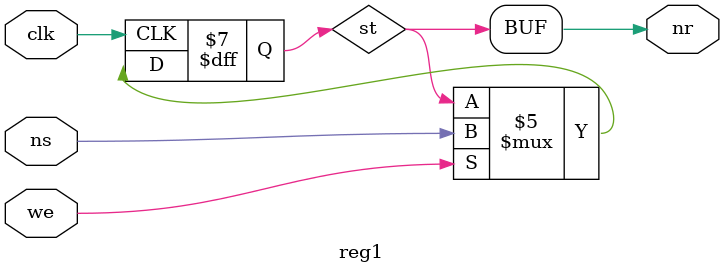
<source format=v>
module reg1(output nr, input ns, input we, input clk);

	reg st;
	
	initial 
	st = 0;
	
	always @(posedge clk)
	
		begin
		if(we == 1)
		st = ns;
		end
	
	assign nr = st;
	
endmodule	



</source>
